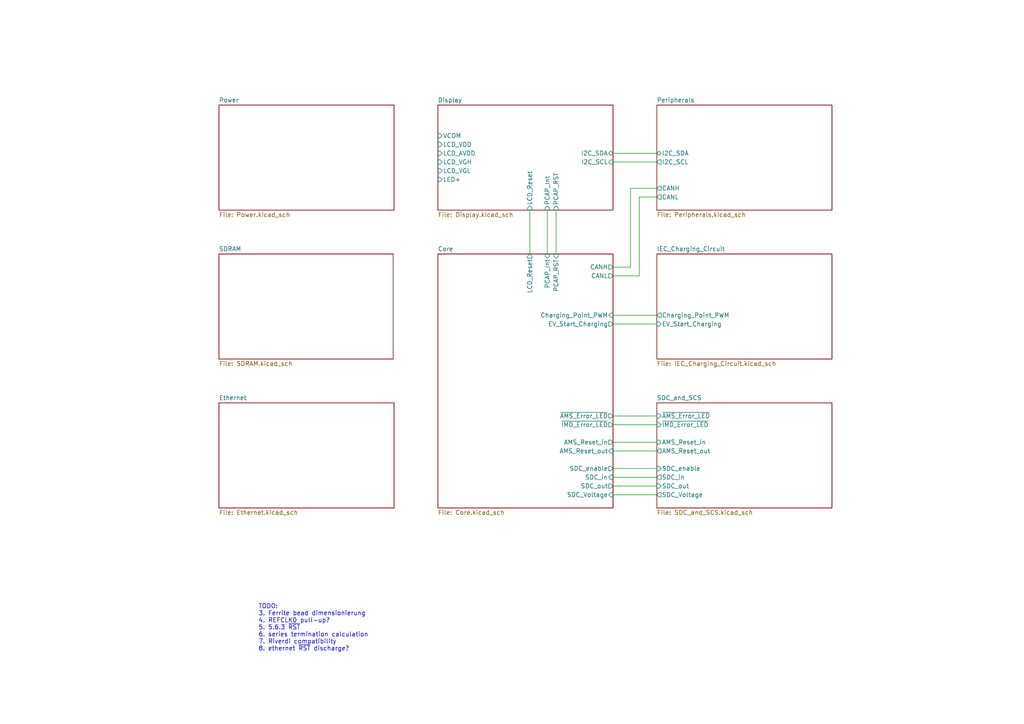
<source format=kicad_sch>
(kicad_sch
	(version 20231120)
	(generator "eeschema")
	(generator_version "8.0")
	(uuid "0dca9b66-f638-4727-874b-1b91b6921c17")
	(paper "A4")
	(lib_symbols)
	(wire
		(pts
			(xy 177.8 44.45) (xy 190.5 44.45)
		)
		(stroke
			(width 0)
			(type default)
		)
		(uuid "0cacb7b2-828e-468a-b028-da22591d57ac")
	)
	(wire
		(pts
			(xy 177.8 46.99) (xy 190.5 46.99)
		)
		(stroke
			(width 0)
			(type default)
		)
		(uuid "14d286a6-18ee-41d3-9a4d-773df509b7ca")
	)
	(wire
		(pts
			(xy 177.8 93.98) (xy 190.5 93.98)
		)
		(stroke
			(width 0)
			(type default)
		)
		(uuid "17e6f2b8-d691-4b5e-8551-54bce877833e")
	)
	(wire
		(pts
			(xy 177.8 130.81) (xy 190.5 130.81)
		)
		(stroke
			(width 0)
			(type default)
		)
		(uuid "26d4ad7c-b89d-4f97-affc-bf4b88d71548")
	)
	(wire
		(pts
			(xy 182.88 54.61) (xy 190.5 54.61)
		)
		(stroke
			(width 0)
			(type default)
		)
		(uuid "2afaf6e6-2157-4183-93e5-6357c3ab0ce2")
	)
	(wire
		(pts
			(xy 190.5 57.15) (xy 185.42 57.15)
		)
		(stroke
			(width 0)
			(type default)
		)
		(uuid "3bfb4c24-2752-416c-8624-7565e129dea8")
	)
	(wire
		(pts
			(xy 177.8 91.44) (xy 190.5 91.44)
		)
		(stroke
			(width 0)
			(type default)
		)
		(uuid "5dd1b8d0-fb3c-4461-b61f-5abdfee04be4")
	)
	(wire
		(pts
			(xy 177.8 120.65) (xy 190.5 120.65)
		)
		(stroke
			(width 0)
			(type default)
		)
		(uuid "60f05adb-f60d-4875-8c08-177356e7200b")
	)
	(wire
		(pts
			(xy 177.8 77.47) (xy 182.88 77.47)
		)
		(stroke
			(width 0)
			(type default)
		)
		(uuid "7315155a-effe-46a2-a26c-29dea0224f4b")
	)
	(wire
		(pts
			(xy 177.8 138.43) (xy 190.5 138.43)
		)
		(stroke
			(width 0)
			(type default)
		)
		(uuid "7e3895eb-2358-4d1c-a72b-a571c054d981")
	)
	(wire
		(pts
			(xy 177.8 140.97) (xy 190.5 140.97)
		)
		(stroke
			(width 0)
			(type default)
		)
		(uuid "9fe83f71-9eab-4af6-8f62-4d9d37b78249")
	)
	(wire
		(pts
			(xy 182.88 77.47) (xy 182.88 54.61)
		)
		(stroke
			(width 0)
			(type default)
		)
		(uuid "aa2f43ad-7b2a-4e57-abd6-75993e299d19")
	)
	(wire
		(pts
			(xy 177.8 135.89) (xy 190.5 135.89)
		)
		(stroke
			(width 0)
			(type default)
		)
		(uuid "b216a0b9-561b-4a06-b6f6-a94249af4b25")
	)
	(wire
		(pts
			(xy 185.42 80.01) (xy 177.8 80.01)
		)
		(stroke
			(width 0)
			(type default)
		)
		(uuid "b75f1298-18fc-40f9-9756-b213d5f217ef")
	)
	(wire
		(pts
			(xy 153.67 60.96) (xy 153.67 73.66)
		)
		(stroke
			(width 0)
			(type default)
		)
		(uuid "ba840715-3e40-401c-9d02-6a24f9976ffc")
	)
	(wire
		(pts
			(xy 185.42 57.15) (xy 185.42 80.01)
		)
		(stroke
			(width 0)
			(type default)
		)
		(uuid "c0ebe27d-fb7d-4269-966d-e4c93372f711")
	)
	(wire
		(pts
			(xy 158.75 60.96) (xy 158.75 73.66)
		)
		(stroke
			(width 0)
			(type default)
		)
		(uuid "d7ec212e-a90d-46b4-beb0-d322de6d3cb0")
	)
	(wire
		(pts
			(xy 161.29 60.96) (xy 161.29 73.66)
		)
		(stroke
			(width 0)
			(type default)
		)
		(uuid "d97b5ce5-48e8-4f17-ab96-c4ac65bfcaf7")
	)
	(wire
		(pts
			(xy 177.8 143.51) (xy 190.5 143.51)
		)
		(stroke
			(width 0)
			(type default)
		)
		(uuid "dcc71353-6f59-48c1-abf6-9615e09c65b6")
	)
	(wire
		(pts
			(xy 177.8 123.19) (xy 190.5 123.19)
		)
		(stroke
			(width 0)
			(type default)
		)
		(uuid "f3a35937-8835-45c7-9edd-4c16204460b4")
	)
	(wire
		(pts
			(xy 177.8 128.27) (xy 190.5 128.27)
		)
		(stroke
			(width 0)
			(type default)
		)
		(uuid "fc87f22e-7de3-46a8-9429-a26dc52e1f56")
	)
	(text "TODO:\n3. Ferrite bead dimensionierung\n4. REFCLK0 pull-up?\n5. 5.6.3 ~{RST}\n6. series termination calculation\n7. Riverdi compatibility\n8. ethernet ~{RST} discharge?\n"
		(exclude_from_sim no)
		(at 74.93 182.118 0)
		(effects
			(font
				(size 1.27 1.27)
			)
			(justify left)
		)
		(uuid "b77f9553-b64d-4a04-bcaa-eb156863248b")
	)
	(sheet
		(at 63.5 73.66)
		(size 50.546 30.48)
		(fields_autoplaced yes)
		(stroke
			(width 0.1524)
			(type solid)
		)
		(fill
			(color 0 0 0 0.0000)
		)
		(uuid "128393d2-6dd9-44f0-979c-682ff9f03572")
		(property "Sheetname" "SDRAM"
			(at 63.5 72.9484 0)
			(effects
				(font
					(size 1.27 1.27)
				)
				(justify left bottom)
			)
		)
		(property "Sheetfile" "SDRAM.kicad_sch"
			(at 63.5 104.7246 0)
			(effects
				(font
					(size 1.27 1.27)
				)
				(justify left top)
			)
		)
		(instances
			(project "FT25-Charger"
				(path "/0dca9b66-f638-4727-874b-1b91b6921c17"
					(page "9")
				)
			)
		)
	)
	(sheet
		(at 127 30.48)
		(size 50.8 30.48)
		(fields_autoplaced yes)
		(stroke
			(width 0.1524)
			(type solid)
		)
		(fill
			(color 0 0 0 0.0000)
		)
		(uuid "34256820-5635-4c85-a70b-596b3ee01bd0")
		(property "Sheetname" "Display"
			(at 127 29.7684 0)
			(effects
				(font
					(size 1.27 1.27)
				)
				(justify left bottom)
			)
		)
		(property "Sheetfile" "Display.kicad_sch"
			(at 127 61.5446 0)
			(effects
				(font
					(size 1.27 1.27)
				)
				(justify left top)
			)
		)
		(property "Field2" ""
			(at 127 30.48 0)
			(effects
				(font
					(size 1.27 1.27)
				)
				(hide yes)
			)
		)
		(pin "VCOM" input
			(at 127 39.37 180)
			(effects
				(font
					(size 1.27 1.27)
				)
				(justify left)
			)
			(uuid "3816bc7e-ee37-4195-854a-ef6440631568")
		)
		(pin "LCD_VDD" input
			(at 127 41.91 180)
			(effects
				(font
					(size 1.27 1.27)
				)
				(justify left)
			)
			(uuid "833577a5-95dc-4c3f-9b0a-2b6806adc8ae")
		)
		(pin "LED+" input
			(at 127 52.07 180)
			(effects
				(font
					(size 1.27 1.27)
				)
				(justify left)
			)
			(uuid "5bec4186-7cff-4de9-87d8-239b46e1f0de")
		)
		(pin "I2C_SCL" input
			(at 177.8 46.99 0)
			(effects
				(font
					(size 1.27 1.27)
				)
				(justify right)
			)
			(uuid "f4c38e29-beea-44cb-a561-64f5a9911c76")
		)
		(pin "PCAP_Int" input
			(at 158.75 60.96 270)
			(effects
				(font
					(size 1.27 1.27)
				)
				(justify left)
			)
			(uuid "62b05ffa-2d66-4e71-9358-b43a1080656d")
		)
		(pin "I2C_SDA" bidirectional
			(at 177.8 44.45 0)
			(effects
				(font
					(size 1.27 1.27)
				)
				(justify right)
			)
			(uuid "b126d798-02d8-4942-b520-01e739e24e0a")
		)
		(pin "PCAP_RST" input
			(at 161.29 60.96 270)
			(effects
				(font
					(size 1.27 1.27)
				)
				(justify left)
			)
			(uuid "20210132-3e45-49eb-a1f2-812fa35e183e")
		)
		(pin "LCD_VGH" input
			(at 127 46.99 180)
			(effects
				(font
					(size 1.27 1.27)
				)
				(justify left)
			)
			(uuid "9a2964f7-dcb3-435b-8dcf-65450fec93a9")
		)
		(pin "LCD_VGL" input
			(at 127 49.53 180)
			(effects
				(font
					(size 1.27 1.27)
				)
				(justify left)
			)
			(uuid "b49a99ac-0f56-4aeb-91e1-d7644aa1a90c")
		)
		(pin "LCD_AVDD" input
			(at 127 44.45 180)
			(effects
				(font
					(size 1.27 1.27)
				)
				(justify left)
			)
			(uuid "61e5f3b9-926b-4d1e-820d-2bd639b67b0d")
		)
		(pin "LCD_Reset" input
			(at 153.67 60.96 270)
			(effects
				(font
					(size 1.27 1.27)
				)
				(justify left)
			)
			(uuid "fbf4a5ae-f8cf-4900-8590-f1eac8b3cee6")
		)
		(instances
			(project "FT25-Charger"
				(path "/0dca9b66-f638-4727-874b-1b91b6921c17"
					(page "9")
				)
			)
		)
	)
	(sheet
		(at 127 73.66)
		(size 50.8 73.66)
		(fields_autoplaced yes)
		(stroke
			(width 0.1524)
			(type solid)
		)
		(fill
			(color 0 0 0 0.0000)
		)
		(uuid "486f4a0e-b8d5-42cd-a726-c7aa5b0383fd")
		(property "Sheetname" "Core"
			(at 127 72.9484 0)
			(effects
				(font
					(size 1.27 1.27)
				)
				(justify left bottom)
			)
		)
		(property "Sheetfile" "Core.kicad_sch"
			(at 127 147.9046 0)
			(effects
				(font
					(size 1.27 1.27)
				)
				(justify left top)
			)
		)
		(pin "PCAP_RST" input
			(at 161.29 73.66 90)
			(effects
				(font
					(size 1.27 1.27)
				)
				(justify right)
			)
			(uuid "e3e18945-5024-4afa-9e6f-aa2e6a66cfd9")
		)
		(pin "PCAP_Int" input
			(at 158.75 73.66 90)
			(effects
				(font
					(size 1.27 1.27)
				)
				(justify right)
			)
			(uuid "4fa40e5f-480b-449b-b67c-c814866b6a63")
		)
		(pin "CANH" output
			(at 177.8 77.47 0)
			(effects
				(font
					(size 1.27 1.27)
				)
				(justify right)
			)
			(uuid "ba745a4d-2cfb-45af-9f1b-6faa6f0aa196")
		)
		(pin "CANL" output
			(at 177.8 80.01 0)
			(effects
				(font
					(size 1.27 1.27)
				)
				(justify right)
			)
			(uuid "4e93f07a-4621-403e-b26f-1cdd4043fdb1")
		)
		(pin "~{AMS_Error_LED}" output
			(at 177.8 120.65 0)
			(effects
				(font
					(size 1.27 1.27)
				)
				(justify right)
			)
			(uuid "0427c85c-84e6-48df-8d01-b094dc2312cc")
		)
		(pin "~{IMD_Error_LED}" output
			(at 177.8 123.19 0)
			(effects
				(font
					(size 1.27 1.27)
				)
				(justify right)
			)
			(uuid "71aea406-8d39-4bbc-a9e2-404317dfcf03")
		)
		(pin "SDC_enable" output
			(at 177.8 135.89 0)
			(effects
				(font
					(size 1.27 1.27)
				)
				(justify right)
			)
			(uuid "356e7d39-23fd-4cfb-b0ab-b26eeff80d0e")
		)
		(pin "AMS_Reset_out" input
			(at 177.8 130.81 0)
			(effects
				(font
					(size 1.27 1.27)
				)
				(justify right)
			)
			(uuid "f9ab0224-1e57-46a2-932c-8d13e647087b")
		)
		(pin "SDC_Voltage" input
			(at 177.8 143.51 0)
			(effects
				(font
					(size 1.27 1.27)
				)
				(justify right)
			)
			(uuid "09f8fc16-df20-4353-a0a3-3ff148136c7c")
		)
		(pin "SDC_in" input
			(at 177.8 138.43 0)
			(effects
				(font
					(size 1.27 1.27)
				)
				(justify right)
			)
			(uuid "39b1d835-1b17-4353-a561-530cfdbb07f3")
		)
		(pin "SDC_out" output
			(at 177.8 140.97 0)
			(effects
				(font
					(size 1.27 1.27)
				)
				(justify right)
			)
			(uuid "462dc091-717e-445c-9ccb-bcf244e3bcea")
		)
		(pin "AMS_Reset_in" output
			(at 177.8 128.27 0)
			(effects
				(font
					(size 1.27 1.27)
				)
				(justify right)
			)
			(uuid "9cb065ba-4d91-4a96-9a5a-6e77d7cfe390")
		)
		(pin "EV_Start_Charging" output
			(at 177.8 93.98 0)
			(effects
				(font
					(size 1.27 1.27)
				)
				(justify right)
			)
			(uuid "79bf9d22-0a93-4215-b737-9b2992bb6c6d")
		)
		(pin "Charging_Point_PWM" input
			(at 177.8 91.44 0)
			(effects
				(font
					(size 1.27 1.27)
				)
				(justify right)
			)
			(uuid "400055eb-9354-43a6-bbb6-e6f49a622ed5")
		)
		(pin "LCD_Reset" output
			(at 153.67 73.66 90)
			(effects
				(font
					(size 1.27 1.27)
				)
				(justify right)
			)
			(uuid "45810262-42ca-4bf5-b56c-adb2ac7bafc9")
		)
		(instances
			(project "FT25-Charger"
				(path "/0dca9b66-f638-4727-874b-1b91b6921c17"
					(page "4")
				)
			)
		)
	)
	(sheet
		(at 63.5 116.84)
		(size 50.8 30.48)
		(fields_autoplaced yes)
		(stroke
			(width 0.1524)
			(type solid)
		)
		(fill
			(color 0 0 0 0.0000)
		)
		(uuid "5469580a-3180-4bfd-8660-e5a4628a92d9")
		(property "Sheetname" "Ethernet"
			(at 63.5 116.1284 0)
			(effects
				(font
					(size 1.27 1.27)
				)
				(justify left bottom)
			)
		)
		(property "Sheetfile" "Ethernet.kicad_sch"
			(at 63.5 147.9046 0)
			(effects
				(font
					(size 1.27 1.27)
				)
				(justify left top)
			)
		)
		(instances
			(project "FT25-Charger"
				(path "/0dca9b66-f638-4727-874b-1b91b6921c17"
					(page "4")
				)
			)
		)
	)
	(sheet
		(at 190.5 116.84)
		(size 50.8 30.48)
		(fields_autoplaced yes)
		(stroke
			(width 0.1524)
			(type solid)
		)
		(fill
			(color 0 0 0 0.0000)
		)
		(uuid "75c94037-2217-4879-97cf-1bc2976ef0dc")
		(property "Sheetname" "SDC_and_SCS"
			(at 190.5 116.1284 0)
			(effects
				(font
					(size 1.27 1.27)
				)
				(justify left bottom)
			)
		)
		(property "Sheetfile" "SDC_and_SCS.kicad_sch"
			(at 190.5 147.9046 0)
			(effects
				(font
					(size 1.27 1.27)
				)
				(justify left top)
			)
		)
		(property "Field2" ""
			(at 190.5 116.84 0)
			(effects
				(font
					(size 1.27 1.27)
				)
				(hide yes)
			)
		)
		(pin "~{IMD_Error_LED}" input
			(at 190.5 123.19 180)
			(effects
				(font
					(size 1.27 1.27)
				)
				(justify left)
			)
			(uuid "efb58820-83bc-424b-95f3-2fb058914d3e")
		)
		(pin "~{AMS_Error_LED}" input
			(at 190.5 120.65 180)
			(effects
				(font
					(size 1.27 1.27)
				)
				(justify left)
			)
			(uuid "a159e626-fcc3-4e1f-909e-a5917b863ccb")
		)
		(pin "AMS_Reset_in" input
			(at 190.5 128.27 180)
			(effects
				(font
					(size 1.27 1.27)
				)
				(justify left)
			)
			(uuid "1cf3b872-e697-433b-8dbd-7195a9e73264")
		)
		(pin "AMS_Reset_out" output
			(at 190.5 130.81 180)
			(effects
				(font
					(size 1.27 1.27)
				)
				(justify left)
			)
			(uuid "545ea471-bf17-44d3-99c8-fe48c00fd893")
		)
		(pin "SDC_enable" input
			(at 190.5 135.89 180)
			(effects
				(font
					(size 1.27 1.27)
				)
				(justify left)
			)
			(uuid "a8abaeea-a668-46bb-b5e7-f3cf1ce07f0b")
		)
		(pin "SDC_in" output
			(at 190.5 138.43 180)
			(effects
				(font
					(size 1.27 1.27)
				)
				(justify left)
			)
			(uuid "15c9950c-ec3e-4af1-bf46-01d63abf5762")
		)
		(pin "SDC_Voltage" output
			(at 190.5 143.51 180)
			(effects
				(font
					(size 1.27 1.27)
				)
				(justify left)
			)
			(uuid "5c6d18a7-241d-4ab1-b3d3-3581f6a2cef2")
		)
		(pin "SDC_out" input
			(at 190.5 140.97 180)
			(effects
				(font
					(size 1.27 1.27)
				)
				(justify left)
			)
			(uuid "420b0c15-b784-4095-8679-fb98ddcf85a2")
		)
		(instances
			(project "FT25-Charger"
				(path "/0dca9b66-f638-4727-874b-1b91b6921c17"
					(page "7")
				)
			)
		)
	)
	(sheet
		(at 190.5 30.48)
		(size 50.8 30.48)
		(fields_autoplaced yes)
		(stroke
			(width 0.1524)
			(type solid)
		)
		(fill
			(color 0 0 0 0.0000)
		)
		(uuid "80927836-8e39-47ea-8430-ab9d018fcb5d")
		(property "Sheetname" "Peripherals"
			(at 190.5 29.7684 0)
			(effects
				(font
					(size 1.27 1.27)
				)
				(justify left bottom)
			)
		)
		(property "Sheetfile" "Peripherals.kicad_sch"
			(at 190.5 61.5446 0)
			(effects
				(font
					(size 1.27 1.27)
				)
				(justify left top)
			)
		)
		(property "Field2" ""
			(at 190.5 30.48 0)
			(effects
				(font
					(size 1.27 1.27)
				)
				(hide yes)
			)
		)
		(pin "CANL" output
			(at 190.5 57.15 180)
			(effects
				(font
					(size 1.27 1.27)
				)
				(justify left)
			)
			(uuid "594eae58-b3ae-495d-a6f8-492ba17e0522")
		)
		(pin "I2C_SDA" bidirectional
			(at 190.5 44.45 180)
			(effects
				(font
					(size 1.27 1.27)
				)
				(justify left)
			)
			(uuid "e1a21df7-7d3f-45fa-b65a-8b054068756f")
		)
		(pin "I2C_SCL" output
			(at 190.5 46.99 180)
			(effects
				(font
					(size 1.27 1.27)
				)
				(justify left)
			)
			(uuid "dd32d4ab-dc8a-451d-b1e5-8d92fc8fc43e")
		)
		(pin "CANH" output
			(at 190.5 54.61 180)
			(effects
				(font
					(size 1.27 1.27)
				)
				(justify left)
			)
			(uuid "27e51e44-3361-47de-b3d3-8491ec931bf7")
		)
		(instances
			(project "FT25-Charger"
				(path "/0dca9b66-f638-4727-874b-1b91b6921c17"
					(page "10")
				)
			)
		)
	)
	(sheet
		(at 190.5 73.66)
		(size 50.8 30.48)
		(fields_autoplaced yes)
		(stroke
			(width 0.1524)
			(type solid)
		)
		(fill
			(color 0 0 0 0.0000)
		)
		(uuid "821f8254-7e97-454c-9aee-86b4ab099a85")
		(property "Sheetname" "IEC_Charging_Circuit"
			(at 190.5 72.9484 0)
			(effects
				(font
					(size 1.27 1.27)
				)
				(justify left bottom)
			)
		)
		(property "Sheetfile" "IEC_Charging_Circuit.kicad_sch"
			(at 190.5 104.7246 0)
			(effects
				(font
					(size 1.27 1.27)
				)
				(justify left top)
			)
		)
		(property "Field2" ""
			(at 190.5 73.66 0)
			(effects
				(font
					(size 1.27 1.27)
				)
				(hide yes)
			)
		)
		(pin "Charging_Point_PWM" output
			(at 190.5 91.44 180)
			(effects
				(font
					(size 1.27 1.27)
				)
				(justify left)
			)
			(uuid "2af6d41f-5d0e-41ad-99d0-1e60204cd27a")
		)
		(pin "EV_Start_Charging" input
			(at 190.5 93.98 180)
			(effects
				(font
					(size 1.27 1.27)
				)
				(justify left)
			)
			(uuid "b48fa48c-d674-409b-9ecd-d2e98dbc2adb")
		)
		(instances
			(project "FT25-Charger"
				(path "/0dca9b66-f638-4727-874b-1b91b6921c17"
					(page "6")
				)
			)
		)
	)
	(sheet
		(at 63.5 30.48)
		(size 50.8 30.48)
		(fields_autoplaced yes)
		(stroke
			(width 0.1524)
			(type solid)
		)
		(fill
			(color 0 0 0 0.0000)
		)
		(uuid "91c9895f-7dce-429f-866f-2980d966c967")
		(property "Sheetname" "Power"
			(at 63.5 29.7684 0)
			(effects
				(font
					(size 1.27 1.27)
				)
				(justify left bottom)
			)
		)
		(property "Sheetfile" "Power.kicad_sch"
			(at 63.5 61.5446 0)
			(effects
				(font
					(size 1.27 1.27)
				)
				(justify left top)
			)
		)
		(instances
			(project "FT25-Charger"
				(path "/0dca9b66-f638-4727-874b-1b91b6921c17"
					(page "3")
				)
			)
		)
	)
	(sheet_instances
		(path "/"
			(page "1")
		)
	)
)

</source>
